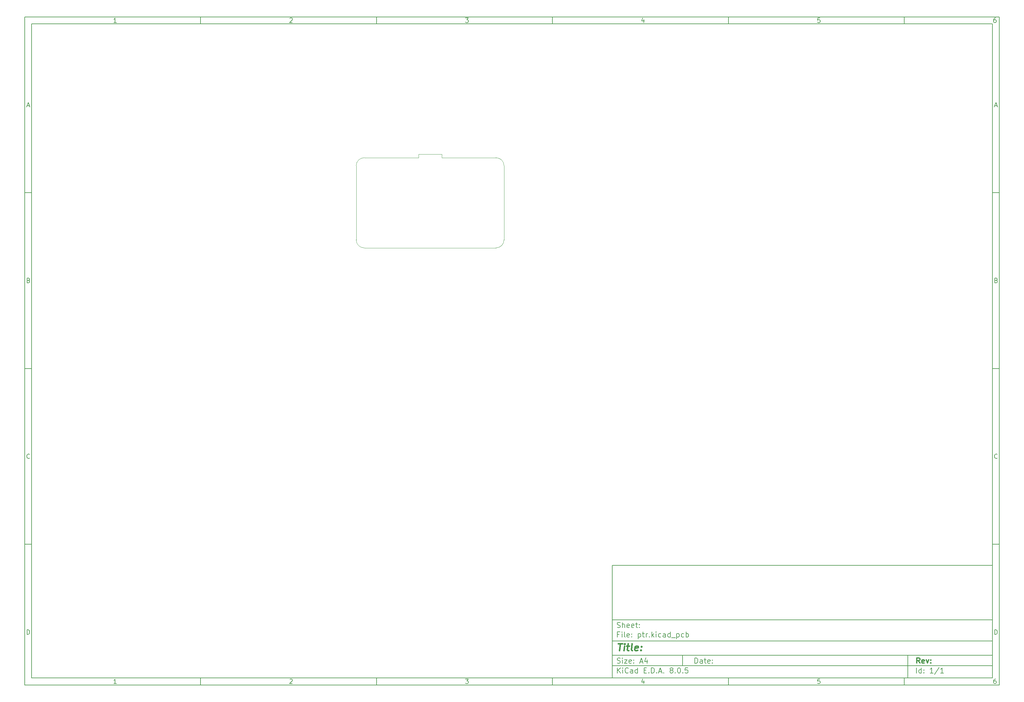
<source format=gbr>
%TF.GenerationSoftware,KiCad,Pcbnew,8.0.5*%
%TF.CreationDate,2024-11-03T20:33:15+08:00*%
%TF.ProjectId,ptr,7074722e-6b69-4636-9164-5f7063625858,rev?*%
%TF.SameCoordinates,Original*%
%TF.FileFunction,Profile,NP*%
%FSLAX46Y46*%
G04 Gerber Fmt 4.6, Leading zero omitted, Abs format (unit mm)*
G04 Created by KiCad (PCBNEW 8.0.5) date 2024-11-03 20:33:15*
%MOMM*%
%LPD*%
G01*
G04 APERTURE LIST*
%ADD10C,0.100000*%
%ADD11C,0.150000*%
%ADD12C,0.300000*%
%ADD13C,0.400000*%
%TA.AperFunction,Profile*%
%ADD14C,0.050000*%
%TD*%
G04 APERTURE END LIST*
D10*
D11*
X177002200Y-166007200D02*
X285002200Y-166007200D01*
X285002200Y-198007200D01*
X177002200Y-198007200D01*
X177002200Y-166007200D01*
D10*
D11*
X10000000Y-10000000D02*
X287002200Y-10000000D01*
X287002200Y-200007200D01*
X10000000Y-200007200D01*
X10000000Y-10000000D01*
D10*
D11*
X12000000Y-12000000D02*
X285002200Y-12000000D01*
X285002200Y-198007200D01*
X12000000Y-198007200D01*
X12000000Y-12000000D01*
D10*
D11*
X60000000Y-12000000D02*
X60000000Y-10000000D01*
D10*
D11*
X110000000Y-12000000D02*
X110000000Y-10000000D01*
D10*
D11*
X160000000Y-12000000D02*
X160000000Y-10000000D01*
D10*
D11*
X210000000Y-12000000D02*
X210000000Y-10000000D01*
D10*
D11*
X260000000Y-12000000D02*
X260000000Y-10000000D01*
D10*
D11*
X36089160Y-11593604D02*
X35346303Y-11593604D01*
X35717731Y-11593604D02*
X35717731Y-10293604D01*
X35717731Y-10293604D02*
X35593922Y-10479319D01*
X35593922Y-10479319D02*
X35470112Y-10603128D01*
X35470112Y-10603128D02*
X35346303Y-10665033D01*
D10*
D11*
X85346303Y-10417414D02*
X85408207Y-10355509D01*
X85408207Y-10355509D02*
X85532017Y-10293604D01*
X85532017Y-10293604D02*
X85841541Y-10293604D01*
X85841541Y-10293604D02*
X85965350Y-10355509D01*
X85965350Y-10355509D02*
X86027255Y-10417414D01*
X86027255Y-10417414D02*
X86089160Y-10541223D01*
X86089160Y-10541223D02*
X86089160Y-10665033D01*
X86089160Y-10665033D02*
X86027255Y-10850747D01*
X86027255Y-10850747D02*
X85284398Y-11593604D01*
X85284398Y-11593604D02*
X86089160Y-11593604D01*
D10*
D11*
X135284398Y-10293604D02*
X136089160Y-10293604D01*
X136089160Y-10293604D02*
X135655826Y-10788842D01*
X135655826Y-10788842D02*
X135841541Y-10788842D01*
X135841541Y-10788842D02*
X135965350Y-10850747D01*
X135965350Y-10850747D02*
X136027255Y-10912652D01*
X136027255Y-10912652D02*
X136089160Y-11036461D01*
X136089160Y-11036461D02*
X136089160Y-11345985D01*
X136089160Y-11345985D02*
X136027255Y-11469795D01*
X136027255Y-11469795D02*
X135965350Y-11531700D01*
X135965350Y-11531700D02*
X135841541Y-11593604D01*
X135841541Y-11593604D02*
X135470112Y-11593604D01*
X135470112Y-11593604D02*
X135346303Y-11531700D01*
X135346303Y-11531700D02*
X135284398Y-11469795D01*
D10*
D11*
X185965350Y-10726938D02*
X185965350Y-11593604D01*
X185655826Y-10231700D02*
X185346303Y-11160271D01*
X185346303Y-11160271D02*
X186151064Y-11160271D01*
D10*
D11*
X236027255Y-10293604D02*
X235408207Y-10293604D01*
X235408207Y-10293604D02*
X235346303Y-10912652D01*
X235346303Y-10912652D02*
X235408207Y-10850747D01*
X235408207Y-10850747D02*
X235532017Y-10788842D01*
X235532017Y-10788842D02*
X235841541Y-10788842D01*
X235841541Y-10788842D02*
X235965350Y-10850747D01*
X235965350Y-10850747D02*
X236027255Y-10912652D01*
X236027255Y-10912652D02*
X236089160Y-11036461D01*
X236089160Y-11036461D02*
X236089160Y-11345985D01*
X236089160Y-11345985D02*
X236027255Y-11469795D01*
X236027255Y-11469795D02*
X235965350Y-11531700D01*
X235965350Y-11531700D02*
X235841541Y-11593604D01*
X235841541Y-11593604D02*
X235532017Y-11593604D01*
X235532017Y-11593604D02*
X235408207Y-11531700D01*
X235408207Y-11531700D02*
X235346303Y-11469795D01*
D10*
D11*
X285965350Y-10293604D02*
X285717731Y-10293604D01*
X285717731Y-10293604D02*
X285593922Y-10355509D01*
X285593922Y-10355509D02*
X285532017Y-10417414D01*
X285532017Y-10417414D02*
X285408207Y-10603128D01*
X285408207Y-10603128D02*
X285346303Y-10850747D01*
X285346303Y-10850747D02*
X285346303Y-11345985D01*
X285346303Y-11345985D02*
X285408207Y-11469795D01*
X285408207Y-11469795D02*
X285470112Y-11531700D01*
X285470112Y-11531700D02*
X285593922Y-11593604D01*
X285593922Y-11593604D02*
X285841541Y-11593604D01*
X285841541Y-11593604D02*
X285965350Y-11531700D01*
X285965350Y-11531700D02*
X286027255Y-11469795D01*
X286027255Y-11469795D02*
X286089160Y-11345985D01*
X286089160Y-11345985D02*
X286089160Y-11036461D01*
X286089160Y-11036461D02*
X286027255Y-10912652D01*
X286027255Y-10912652D02*
X285965350Y-10850747D01*
X285965350Y-10850747D02*
X285841541Y-10788842D01*
X285841541Y-10788842D02*
X285593922Y-10788842D01*
X285593922Y-10788842D02*
X285470112Y-10850747D01*
X285470112Y-10850747D02*
X285408207Y-10912652D01*
X285408207Y-10912652D02*
X285346303Y-11036461D01*
D10*
D11*
X60000000Y-198007200D02*
X60000000Y-200007200D01*
D10*
D11*
X110000000Y-198007200D02*
X110000000Y-200007200D01*
D10*
D11*
X160000000Y-198007200D02*
X160000000Y-200007200D01*
D10*
D11*
X210000000Y-198007200D02*
X210000000Y-200007200D01*
D10*
D11*
X260000000Y-198007200D02*
X260000000Y-200007200D01*
D10*
D11*
X36089160Y-199600804D02*
X35346303Y-199600804D01*
X35717731Y-199600804D02*
X35717731Y-198300804D01*
X35717731Y-198300804D02*
X35593922Y-198486519D01*
X35593922Y-198486519D02*
X35470112Y-198610328D01*
X35470112Y-198610328D02*
X35346303Y-198672233D01*
D10*
D11*
X85346303Y-198424614D02*
X85408207Y-198362709D01*
X85408207Y-198362709D02*
X85532017Y-198300804D01*
X85532017Y-198300804D02*
X85841541Y-198300804D01*
X85841541Y-198300804D02*
X85965350Y-198362709D01*
X85965350Y-198362709D02*
X86027255Y-198424614D01*
X86027255Y-198424614D02*
X86089160Y-198548423D01*
X86089160Y-198548423D02*
X86089160Y-198672233D01*
X86089160Y-198672233D02*
X86027255Y-198857947D01*
X86027255Y-198857947D02*
X85284398Y-199600804D01*
X85284398Y-199600804D02*
X86089160Y-199600804D01*
D10*
D11*
X135284398Y-198300804D02*
X136089160Y-198300804D01*
X136089160Y-198300804D02*
X135655826Y-198796042D01*
X135655826Y-198796042D02*
X135841541Y-198796042D01*
X135841541Y-198796042D02*
X135965350Y-198857947D01*
X135965350Y-198857947D02*
X136027255Y-198919852D01*
X136027255Y-198919852D02*
X136089160Y-199043661D01*
X136089160Y-199043661D02*
X136089160Y-199353185D01*
X136089160Y-199353185D02*
X136027255Y-199476995D01*
X136027255Y-199476995D02*
X135965350Y-199538900D01*
X135965350Y-199538900D02*
X135841541Y-199600804D01*
X135841541Y-199600804D02*
X135470112Y-199600804D01*
X135470112Y-199600804D02*
X135346303Y-199538900D01*
X135346303Y-199538900D02*
X135284398Y-199476995D01*
D10*
D11*
X185965350Y-198734138D02*
X185965350Y-199600804D01*
X185655826Y-198238900D02*
X185346303Y-199167471D01*
X185346303Y-199167471D02*
X186151064Y-199167471D01*
D10*
D11*
X236027255Y-198300804D02*
X235408207Y-198300804D01*
X235408207Y-198300804D02*
X235346303Y-198919852D01*
X235346303Y-198919852D02*
X235408207Y-198857947D01*
X235408207Y-198857947D02*
X235532017Y-198796042D01*
X235532017Y-198796042D02*
X235841541Y-198796042D01*
X235841541Y-198796042D02*
X235965350Y-198857947D01*
X235965350Y-198857947D02*
X236027255Y-198919852D01*
X236027255Y-198919852D02*
X236089160Y-199043661D01*
X236089160Y-199043661D02*
X236089160Y-199353185D01*
X236089160Y-199353185D02*
X236027255Y-199476995D01*
X236027255Y-199476995D02*
X235965350Y-199538900D01*
X235965350Y-199538900D02*
X235841541Y-199600804D01*
X235841541Y-199600804D02*
X235532017Y-199600804D01*
X235532017Y-199600804D02*
X235408207Y-199538900D01*
X235408207Y-199538900D02*
X235346303Y-199476995D01*
D10*
D11*
X285965350Y-198300804D02*
X285717731Y-198300804D01*
X285717731Y-198300804D02*
X285593922Y-198362709D01*
X285593922Y-198362709D02*
X285532017Y-198424614D01*
X285532017Y-198424614D02*
X285408207Y-198610328D01*
X285408207Y-198610328D02*
X285346303Y-198857947D01*
X285346303Y-198857947D02*
X285346303Y-199353185D01*
X285346303Y-199353185D02*
X285408207Y-199476995D01*
X285408207Y-199476995D02*
X285470112Y-199538900D01*
X285470112Y-199538900D02*
X285593922Y-199600804D01*
X285593922Y-199600804D02*
X285841541Y-199600804D01*
X285841541Y-199600804D02*
X285965350Y-199538900D01*
X285965350Y-199538900D02*
X286027255Y-199476995D01*
X286027255Y-199476995D02*
X286089160Y-199353185D01*
X286089160Y-199353185D02*
X286089160Y-199043661D01*
X286089160Y-199043661D02*
X286027255Y-198919852D01*
X286027255Y-198919852D02*
X285965350Y-198857947D01*
X285965350Y-198857947D02*
X285841541Y-198796042D01*
X285841541Y-198796042D02*
X285593922Y-198796042D01*
X285593922Y-198796042D02*
X285470112Y-198857947D01*
X285470112Y-198857947D02*
X285408207Y-198919852D01*
X285408207Y-198919852D02*
X285346303Y-199043661D01*
D10*
D11*
X10000000Y-60000000D02*
X12000000Y-60000000D01*
D10*
D11*
X10000000Y-110000000D02*
X12000000Y-110000000D01*
D10*
D11*
X10000000Y-160000000D02*
X12000000Y-160000000D01*
D10*
D11*
X10690476Y-35222176D02*
X11309523Y-35222176D01*
X10566666Y-35593604D02*
X10999999Y-34293604D01*
X10999999Y-34293604D02*
X11433333Y-35593604D01*
D10*
D11*
X11092857Y-84912652D02*
X11278571Y-84974557D01*
X11278571Y-84974557D02*
X11340476Y-85036461D01*
X11340476Y-85036461D02*
X11402380Y-85160271D01*
X11402380Y-85160271D02*
X11402380Y-85345985D01*
X11402380Y-85345985D02*
X11340476Y-85469795D01*
X11340476Y-85469795D02*
X11278571Y-85531700D01*
X11278571Y-85531700D02*
X11154761Y-85593604D01*
X11154761Y-85593604D02*
X10659523Y-85593604D01*
X10659523Y-85593604D02*
X10659523Y-84293604D01*
X10659523Y-84293604D02*
X11092857Y-84293604D01*
X11092857Y-84293604D02*
X11216666Y-84355509D01*
X11216666Y-84355509D02*
X11278571Y-84417414D01*
X11278571Y-84417414D02*
X11340476Y-84541223D01*
X11340476Y-84541223D02*
X11340476Y-84665033D01*
X11340476Y-84665033D02*
X11278571Y-84788842D01*
X11278571Y-84788842D02*
X11216666Y-84850747D01*
X11216666Y-84850747D02*
X11092857Y-84912652D01*
X11092857Y-84912652D02*
X10659523Y-84912652D01*
D10*
D11*
X11402380Y-135469795D02*
X11340476Y-135531700D01*
X11340476Y-135531700D02*
X11154761Y-135593604D01*
X11154761Y-135593604D02*
X11030952Y-135593604D01*
X11030952Y-135593604D02*
X10845238Y-135531700D01*
X10845238Y-135531700D02*
X10721428Y-135407890D01*
X10721428Y-135407890D02*
X10659523Y-135284080D01*
X10659523Y-135284080D02*
X10597619Y-135036461D01*
X10597619Y-135036461D02*
X10597619Y-134850747D01*
X10597619Y-134850747D02*
X10659523Y-134603128D01*
X10659523Y-134603128D02*
X10721428Y-134479319D01*
X10721428Y-134479319D02*
X10845238Y-134355509D01*
X10845238Y-134355509D02*
X11030952Y-134293604D01*
X11030952Y-134293604D02*
X11154761Y-134293604D01*
X11154761Y-134293604D02*
X11340476Y-134355509D01*
X11340476Y-134355509D02*
X11402380Y-134417414D01*
D10*
D11*
X10659523Y-185593604D02*
X10659523Y-184293604D01*
X10659523Y-184293604D02*
X10969047Y-184293604D01*
X10969047Y-184293604D02*
X11154761Y-184355509D01*
X11154761Y-184355509D02*
X11278571Y-184479319D01*
X11278571Y-184479319D02*
X11340476Y-184603128D01*
X11340476Y-184603128D02*
X11402380Y-184850747D01*
X11402380Y-184850747D02*
X11402380Y-185036461D01*
X11402380Y-185036461D02*
X11340476Y-185284080D01*
X11340476Y-185284080D02*
X11278571Y-185407890D01*
X11278571Y-185407890D02*
X11154761Y-185531700D01*
X11154761Y-185531700D02*
X10969047Y-185593604D01*
X10969047Y-185593604D02*
X10659523Y-185593604D01*
D10*
D11*
X287002200Y-60000000D02*
X285002200Y-60000000D01*
D10*
D11*
X287002200Y-110000000D02*
X285002200Y-110000000D01*
D10*
D11*
X287002200Y-160000000D02*
X285002200Y-160000000D01*
D10*
D11*
X285692676Y-35222176D02*
X286311723Y-35222176D01*
X285568866Y-35593604D02*
X286002199Y-34293604D01*
X286002199Y-34293604D02*
X286435533Y-35593604D01*
D10*
D11*
X286095057Y-84912652D02*
X286280771Y-84974557D01*
X286280771Y-84974557D02*
X286342676Y-85036461D01*
X286342676Y-85036461D02*
X286404580Y-85160271D01*
X286404580Y-85160271D02*
X286404580Y-85345985D01*
X286404580Y-85345985D02*
X286342676Y-85469795D01*
X286342676Y-85469795D02*
X286280771Y-85531700D01*
X286280771Y-85531700D02*
X286156961Y-85593604D01*
X286156961Y-85593604D02*
X285661723Y-85593604D01*
X285661723Y-85593604D02*
X285661723Y-84293604D01*
X285661723Y-84293604D02*
X286095057Y-84293604D01*
X286095057Y-84293604D02*
X286218866Y-84355509D01*
X286218866Y-84355509D02*
X286280771Y-84417414D01*
X286280771Y-84417414D02*
X286342676Y-84541223D01*
X286342676Y-84541223D02*
X286342676Y-84665033D01*
X286342676Y-84665033D02*
X286280771Y-84788842D01*
X286280771Y-84788842D02*
X286218866Y-84850747D01*
X286218866Y-84850747D02*
X286095057Y-84912652D01*
X286095057Y-84912652D02*
X285661723Y-84912652D01*
D10*
D11*
X286404580Y-135469795D02*
X286342676Y-135531700D01*
X286342676Y-135531700D02*
X286156961Y-135593604D01*
X286156961Y-135593604D02*
X286033152Y-135593604D01*
X286033152Y-135593604D02*
X285847438Y-135531700D01*
X285847438Y-135531700D02*
X285723628Y-135407890D01*
X285723628Y-135407890D02*
X285661723Y-135284080D01*
X285661723Y-135284080D02*
X285599819Y-135036461D01*
X285599819Y-135036461D02*
X285599819Y-134850747D01*
X285599819Y-134850747D02*
X285661723Y-134603128D01*
X285661723Y-134603128D02*
X285723628Y-134479319D01*
X285723628Y-134479319D02*
X285847438Y-134355509D01*
X285847438Y-134355509D02*
X286033152Y-134293604D01*
X286033152Y-134293604D02*
X286156961Y-134293604D01*
X286156961Y-134293604D02*
X286342676Y-134355509D01*
X286342676Y-134355509D02*
X286404580Y-134417414D01*
D10*
D11*
X285661723Y-185593604D02*
X285661723Y-184293604D01*
X285661723Y-184293604D02*
X285971247Y-184293604D01*
X285971247Y-184293604D02*
X286156961Y-184355509D01*
X286156961Y-184355509D02*
X286280771Y-184479319D01*
X286280771Y-184479319D02*
X286342676Y-184603128D01*
X286342676Y-184603128D02*
X286404580Y-184850747D01*
X286404580Y-184850747D02*
X286404580Y-185036461D01*
X286404580Y-185036461D02*
X286342676Y-185284080D01*
X286342676Y-185284080D02*
X286280771Y-185407890D01*
X286280771Y-185407890D02*
X286156961Y-185531700D01*
X286156961Y-185531700D02*
X285971247Y-185593604D01*
X285971247Y-185593604D02*
X285661723Y-185593604D01*
D10*
D11*
X200458026Y-193793328D02*
X200458026Y-192293328D01*
X200458026Y-192293328D02*
X200815169Y-192293328D01*
X200815169Y-192293328D02*
X201029455Y-192364757D01*
X201029455Y-192364757D02*
X201172312Y-192507614D01*
X201172312Y-192507614D02*
X201243741Y-192650471D01*
X201243741Y-192650471D02*
X201315169Y-192936185D01*
X201315169Y-192936185D02*
X201315169Y-193150471D01*
X201315169Y-193150471D02*
X201243741Y-193436185D01*
X201243741Y-193436185D02*
X201172312Y-193579042D01*
X201172312Y-193579042D02*
X201029455Y-193721900D01*
X201029455Y-193721900D02*
X200815169Y-193793328D01*
X200815169Y-193793328D02*
X200458026Y-193793328D01*
X202600884Y-193793328D02*
X202600884Y-193007614D01*
X202600884Y-193007614D02*
X202529455Y-192864757D01*
X202529455Y-192864757D02*
X202386598Y-192793328D01*
X202386598Y-192793328D02*
X202100884Y-192793328D01*
X202100884Y-192793328D02*
X201958026Y-192864757D01*
X202600884Y-193721900D02*
X202458026Y-193793328D01*
X202458026Y-193793328D02*
X202100884Y-193793328D01*
X202100884Y-193793328D02*
X201958026Y-193721900D01*
X201958026Y-193721900D02*
X201886598Y-193579042D01*
X201886598Y-193579042D02*
X201886598Y-193436185D01*
X201886598Y-193436185D02*
X201958026Y-193293328D01*
X201958026Y-193293328D02*
X202100884Y-193221900D01*
X202100884Y-193221900D02*
X202458026Y-193221900D01*
X202458026Y-193221900D02*
X202600884Y-193150471D01*
X203100884Y-192793328D02*
X203672312Y-192793328D01*
X203315169Y-192293328D02*
X203315169Y-193579042D01*
X203315169Y-193579042D02*
X203386598Y-193721900D01*
X203386598Y-193721900D02*
X203529455Y-193793328D01*
X203529455Y-193793328D02*
X203672312Y-193793328D01*
X204743741Y-193721900D02*
X204600884Y-193793328D01*
X204600884Y-193793328D02*
X204315170Y-193793328D01*
X204315170Y-193793328D02*
X204172312Y-193721900D01*
X204172312Y-193721900D02*
X204100884Y-193579042D01*
X204100884Y-193579042D02*
X204100884Y-193007614D01*
X204100884Y-193007614D02*
X204172312Y-192864757D01*
X204172312Y-192864757D02*
X204315170Y-192793328D01*
X204315170Y-192793328D02*
X204600884Y-192793328D01*
X204600884Y-192793328D02*
X204743741Y-192864757D01*
X204743741Y-192864757D02*
X204815170Y-193007614D01*
X204815170Y-193007614D02*
X204815170Y-193150471D01*
X204815170Y-193150471D02*
X204100884Y-193293328D01*
X205458026Y-193650471D02*
X205529455Y-193721900D01*
X205529455Y-193721900D02*
X205458026Y-193793328D01*
X205458026Y-193793328D02*
X205386598Y-193721900D01*
X205386598Y-193721900D02*
X205458026Y-193650471D01*
X205458026Y-193650471D02*
X205458026Y-193793328D01*
X205458026Y-192864757D02*
X205529455Y-192936185D01*
X205529455Y-192936185D02*
X205458026Y-193007614D01*
X205458026Y-193007614D02*
X205386598Y-192936185D01*
X205386598Y-192936185D02*
X205458026Y-192864757D01*
X205458026Y-192864757D02*
X205458026Y-193007614D01*
D10*
D11*
X177002200Y-194507200D02*
X285002200Y-194507200D01*
D10*
D11*
X178458026Y-196593328D02*
X178458026Y-195093328D01*
X179315169Y-196593328D02*
X178672312Y-195736185D01*
X179315169Y-195093328D02*
X178458026Y-195950471D01*
X179958026Y-196593328D02*
X179958026Y-195593328D01*
X179958026Y-195093328D02*
X179886598Y-195164757D01*
X179886598Y-195164757D02*
X179958026Y-195236185D01*
X179958026Y-195236185D02*
X180029455Y-195164757D01*
X180029455Y-195164757D02*
X179958026Y-195093328D01*
X179958026Y-195093328D02*
X179958026Y-195236185D01*
X181529455Y-196450471D02*
X181458027Y-196521900D01*
X181458027Y-196521900D02*
X181243741Y-196593328D01*
X181243741Y-196593328D02*
X181100884Y-196593328D01*
X181100884Y-196593328D02*
X180886598Y-196521900D01*
X180886598Y-196521900D02*
X180743741Y-196379042D01*
X180743741Y-196379042D02*
X180672312Y-196236185D01*
X180672312Y-196236185D02*
X180600884Y-195950471D01*
X180600884Y-195950471D02*
X180600884Y-195736185D01*
X180600884Y-195736185D02*
X180672312Y-195450471D01*
X180672312Y-195450471D02*
X180743741Y-195307614D01*
X180743741Y-195307614D02*
X180886598Y-195164757D01*
X180886598Y-195164757D02*
X181100884Y-195093328D01*
X181100884Y-195093328D02*
X181243741Y-195093328D01*
X181243741Y-195093328D02*
X181458027Y-195164757D01*
X181458027Y-195164757D02*
X181529455Y-195236185D01*
X182815170Y-196593328D02*
X182815170Y-195807614D01*
X182815170Y-195807614D02*
X182743741Y-195664757D01*
X182743741Y-195664757D02*
X182600884Y-195593328D01*
X182600884Y-195593328D02*
X182315170Y-195593328D01*
X182315170Y-195593328D02*
X182172312Y-195664757D01*
X182815170Y-196521900D02*
X182672312Y-196593328D01*
X182672312Y-196593328D02*
X182315170Y-196593328D01*
X182315170Y-196593328D02*
X182172312Y-196521900D01*
X182172312Y-196521900D02*
X182100884Y-196379042D01*
X182100884Y-196379042D02*
X182100884Y-196236185D01*
X182100884Y-196236185D02*
X182172312Y-196093328D01*
X182172312Y-196093328D02*
X182315170Y-196021900D01*
X182315170Y-196021900D02*
X182672312Y-196021900D01*
X182672312Y-196021900D02*
X182815170Y-195950471D01*
X184172313Y-196593328D02*
X184172313Y-195093328D01*
X184172313Y-196521900D02*
X184029455Y-196593328D01*
X184029455Y-196593328D02*
X183743741Y-196593328D01*
X183743741Y-196593328D02*
X183600884Y-196521900D01*
X183600884Y-196521900D02*
X183529455Y-196450471D01*
X183529455Y-196450471D02*
X183458027Y-196307614D01*
X183458027Y-196307614D02*
X183458027Y-195879042D01*
X183458027Y-195879042D02*
X183529455Y-195736185D01*
X183529455Y-195736185D02*
X183600884Y-195664757D01*
X183600884Y-195664757D02*
X183743741Y-195593328D01*
X183743741Y-195593328D02*
X184029455Y-195593328D01*
X184029455Y-195593328D02*
X184172313Y-195664757D01*
X186029455Y-195807614D02*
X186529455Y-195807614D01*
X186743741Y-196593328D02*
X186029455Y-196593328D01*
X186029455Y-196593328D02*
X186029455Y-195093328D01*
X186029455Y-195093328D02*
X186743741Y-195093328D01*
X187386598Y-196450471D02*
X187458027Y-196521900D01*
X187458027Y-196521900D02*
X187386598Y-196593328D01*
X187386598Y-196593328D02*
X187315170Y-196521900D01*
X187315170Y-196521900D02*
X187386598Y-196450471D01*
X187386598Y-196450471D02*
X187386598Y-196593328D01*
X188100884Y-196593328D02*
X188100884Y-195093328D01*
X188100884Y-195093328D02*
X188458027Y-195093328D01*
X188458027Y-195093328D02*
X188672313Y-195164757D01*
X188672313Y-195164757D02*
X188815170Y-195307614D01*
X188815170Y-195307614D02*
X188886599Y-195450471D01*
X188886599Y-195450471D02*
X188958027Y-195736185D01*
X188958027Y-195736185D02*
X188958027Y-195950471D01*
X188958027Y-195950471D02*
X188886599Y-196236185D01*
X188886599Y-196236185D02*
X188815170Y-196379042D01*
X188815170Y-196379042D02*
X188672313Y-196521900D01*
X188672313Y-196521900D02*
X188458027Y-196593328D01*
X188458027Y-196593328D02*
X188100884Y-196593328D01*
X189600884Y-196450471D02*
X189672313Y-196521900D01*
X189672313Y-196521900D02*
X189600884Y-196593328D01*
X189600884Y-196593328D02*
X189529456Y-196521900D01*
X189529456Y-196521900D02*
X189600884Y-196450471D01*
X189600884Y-196450471D02*
X189600884Y-196593328D01*
X190243742Y-196164757D02*
X190958028Y-196164757D01*
X190100885Y-196593328D02*
X190600885Y-195093328D01*
X190600885Y-195093328D02*
X191100885Y-196593328D01*
X191600884Y-196450471D02*
X191672313Y-196521900D01*
X191672313Y-196521900D02*
X191600884Y-196593328D01*
X191600884Y-196593328D02*
X191529456Y-196521900D01*
X191529456Y-196521900D02*
X191600884Y-196450471D01*
X191600884Y-196450471D02*
X191600884Y-196593328D01*
X193672313Y-195736185D02*
X193529456Y-195664757D01*
X193529456Y-195664757D02*
X193458027Y-195593328D01*
X193458027Y-195593328D02*
X193386599Y-195450471D01*
X193386599Y-195450471D02*
X193386599Y-195379042D01*
X193386599Y-195379042D02*
X193458027Y-195236185D01*
X193458027Y-195236185D02*
X193529456Y-195164757D01*
X193529456Y-195164757D02*
X193672313Y-195093328D01*
X193672313Y-195093328D02*
X193958027Y-195093328D01*
X193958027Y-195093328D02*
X194100885Y-195164757D01*
X194100885Y-195164757D02*
X194172313Y-195236185D01*
X194172313Y-195236185D02*
X194243742Y-195379042D01*
X194243742Y-195379042D02*
X194243742Y-195450471D01*
X194243742Y-195450471D02*
X194172313Y-195593328D01*
X194172313Y-195593328D02*
X194100885Y-195664757D01*
X194100885Y-195664757D02*
X193958027Y-195736185D01*
X193958027Y-195736185D02*
X193672313Y-195736185D01*
X193672313Y-195736185D02*
X193529456Y-195807614D01*
X193529456Y-195807614D02*
X193458027Y-195879042D01*
X193458027Y-195879042D02*
X193386599Y-196021900D01*
X193386599Y-196021900D02*
X193386599Y-196307614D01*
X193386599Y-196307614D02*
X193458027Y-196450471D01*
X193458027Y-196450471D02*
X193529456Y-196521900D01*
X193529456Y-196521900D02*
X193672313Y-196593328D01*
X193672313Y-196593328D02*
X193958027Y-196593328D01*
X193958027Y-196593328D02*
X194100885Y-196521900D01*
X194100885Y-196521900D02*
X194172313Y-196450471D01*
X194172313Y-196450471D02*
X194243742Y-196307614D01*
X194243742Y-196307614D02*
X194243742Y-196021900D01*
X194243742Y-196021900D02*
X194172313Y-195879042D01*
X194172313Y-195879042D02*
X194100885Y-195807614D01*
X194100885Y-195807614D02*
X193958027Y-195736185D01*
X194886598Y-196450471D02*
X194958027Y-196521900D01*
X194958027Y-196521900D02*
X194886598Y-196593328D01*
X194886598Y-196593328D02*
X194815170Y-196521900D01*
X194815170Y-196521900D02*
X194886598Y-196450471D01*
X194886598Y-196450471D02*
X194886598Y-196593328D01*
X195886599Y-195093328D02*
X196029456Y-195093328D01*
X196029456Y-195093328D02*
X196172313Y-195164757D01*
X196172313Y-195164757D02*
X196243742Y-195236185D01*
X196243742Y-195236185D02*
X196315170Y-195379042D01*
X196315170Y-195379042D02*
X196386599Y-195664757D01*
X196386599Y-195664757D02*
X196386599Y-196021900D01*
X196386599Y-196021900D02*
X196315170Y-196307614D01*
X196315170Y-196307614D02*
X196243742Y-196450471D01*
X196243742Y-196450471D02*
X196172313Y-196521900D01*
X196172313Y-196521900D02*
X196029456Y-196593328D01*
X196029456Y-196593328D02*
X195886599Y-196593328D01*
X195886599Y-196593328D02*
X195743742Y-196521900D01*
X195743742Y-196521900D02*
X195672313Y-196450471D01*
X195672313Y-196450471D02*
X195600884Y-196307614D01*
X195600884Y-196307614D02*
X195529456Y-196021900D01*
X195529456Y-196021900D02*
X195529456Y-195664757D01*
X195529456Y-195664757D02*
X195600884Y-195379042D01*
X195600884Y-195379042D02*
X195672313Y-195236185D01*
X195672313Y-195236185D02*
X195743742Y-195164757D01*
X195743742Y-195164757D02*
X195886599Y-195093328D01*
X197029455Y-196450471D02*
X197100884Y-196521900D01*
X197100884Y-196521900D02*
X197029455Y-196593328D01*
X197029455Y-196593328D02*
X196958027Y-196521900D01*
X196958027Y-196521900D02*
X197029455Y-196450471D01*
X197029455Y-196450471D02*
X197029455Y-196593328D01*
X198458027Y-195093328D02*
X197743741Y-195093328D01*
X197743741Y-195093328D02*
X197672313Y-195807614D01*
X197672313Y-195807614D02*
X197743741Y-195736185D01*
X197743741Y-195736185D02*
X197886599Y-195664757D01*
X197886599Y-195664757D02*
X198243741Y-195664757D01*
X198243741Y-195664757D02*
X198386599Y-195736185D01*
X198386599Y-195736185D02*
X198458027Y-195807614D01*
X198458027Y-195807614D02*
X198529456Y-195950471D01*
X198529456Y-195950471D02*
X198529456Y-196307614D01*
X198529456Y-196307614D02*
X198458027Y-196450471D01*
X198458027Y-196450471D02*
X198386599Y-196521900D01*
X198386599Y-196521900D02*
X198243741Y-196593328D01*
X198243741Y-196593328D02*
X197886599Y-196593328D01*
X197886599Y-196593328D02*
X197743741Y-196521900D01*
X197743741Y-196521900D02*
X197672313Y-196450471D01*
D10*
D11*
X177002200Y-191507200D02*
X285002200Y-191507200D01*
D10*
D12*
X264413853Y-193785528D02*
X263913853Y-193071242D01*
X263556710Y-193785528D02*
X263556710Y-192285528D01*
X263556710Y-192285528D02*
X264128139Y-192285528D01*
X264128139Y-192285528D02*
X264270996Y-192356957D01*
X264270996Y-192356957D02*
X264342425Y-192428385D01*
X264342425Y-192428385D02*
X264413853Y-192571242D01*
X264413853Y-192571242D02*
X264413853Y-192785528D01*
X264413853Y-192785528D02*
X264342425Y-192928385D01*
X264342425Y-192928385D02*
X264270996Y-192999814D01*
X264270996Y-192999814D02*
X264128139Y-193071242D01*
X264128139Y-193071242D02*
X263556710Y-193071242D01*
X265628139Y-193714100D02*
X265485282Y-193785528D01*
X265485282Y-193785528D02*
X265199568Y-193785528D01*
X265199568Y-193785528D02*
X265056710Y-193714100D01*
X265056710Y-193714100D02*
X264985282Y-193571242D01*
X264985282Y-193571242D02*
X264985282Y-192999814D01*
X264985282Y-192999814D02*
X265056710Y-192856957D01*
X265056710Y-192856957D02*
X265199568Y-192785528D01*
X265199568Y-192785528D02*
X265485282Y-192785528D01*
X265485282Y-192785528D02*
X265628139Y-192856957D01*
X265628139Y-192856957D02*
X265699568Y-192999814D01*
X265699568Y-192999814D02*
X265699568Y-193142671D01*
X265699568Y-193142671D02*
X264985282Y-193285528D01*
X266199567Y-192785528D02*
X266556710Y-193785528D01*
X266556710Y-193785528D02*
X266913853Y-192785528D01*
X267485281Y-193642671D02*
X267556710Y-193714100D01*
X267556710Y-193714100D02*
X267485281Y-193785528D01*
X267485281Y-193785528D02*
X267413853Y-193714100D01*
X267413853Y-193714100D02*
X267485281Y-193642671D01*
X267485281Y-193642671D02*
X267485281Y-193785528D01*
X267485281Y-192856957D02*
X267556710Y-192928385D01*
X267556710Y-192928385D02*
X267485281Y-192999814D01*
X267485281Y-192999814D02*
X267413853Y-192928385D01*
X267413853Y-192928385D02*
X267485281Y-192856957D01*
X267485281Y-192856957D02*
X267485281Y-192999814D01*
D10*
D11*
X178386598Y-193721900D02*
X178600884Y-193793328D01*
X178600884Y-193793328D02*
X178958026Y-193793328D01*
X178958026Y-193793328D02*
X179100884Y-193721900D01*
X179100884Y-193721900D02*
X179172312Y-193650471D01*
X179172312Y-193650471D02*
X179243741Y-193507614D01*
X179243741Y-193507614D02*
X179243741Y-193364757D01*
X179243741Y-193364757D02*
X179172312Y-193221900D01*
X179172312Y-193221900D02*
X179100884Y-193150471D01*
X179100884Y-193150471D02*
X178958026Y-193079042D01*
X178958026Y-193079042D02*
X178672312Y-193007614D01*
X178672312Y-193007614D02*
X178529455Y-192936185D01*
X178529455Y-192936185D02*
X178458026Y-192864757D01*
X178458026Y-192864757D02*
X178386598Y-192721900D01*
X178386598Y-192721900D02*
X178386598Y-192579042D01*
X178386598Y-192579042D02*
X178458026Y-192436185D01*
X178458026Y-192436185D02*
X178529455Y-192364757D01*
X178529455Y-192364757D02*
X178672312Y-192293328D01*
X178672312Y-192293328D02*
X179029455Y-192293328D01*
X179029455Y-192293328D02*
X179243741Y-192364757D01*
X179886597Y-193793328D02*
X179886597Y-192793328D01*
X179886597Y-192293328D02*
X179815169Y-192364757D01*
X179815169Y-192364757D02*
X179886597Y-192436185D01*
X179886597Y-192436185D02*
X179958026Y-192364757D01*
X179958026Y-192364757D02*
X179886597Y-192293328D01*
X179886597Y-192293328D02*
X179886597Y-192436185D01*
X180458026Y-192793328D02*
X181243741Y-192793328D01*
X181243741Y-192793328D02*
X180458026Y-193793328D01*
X180458026Y-193793328D02*
X181243741Y-193793328D01*
X182386598Y-193721900D02*
X182243741Y-193793328D01*
X182243741Y-193793328D02*
X181958027Y-193793328D01*
X181958027Y-193793328D02*
X181815169Y-193721900D01*
X181815169Y-193721900D02*
X181743741Y-193579042D01*
X181743741Y-193579042D02*
X181743741Y-193007614D01*
X181743741Y-193007614D02*
X181815169Y-192864757D01*
X181815169Y-192864757D02*
X181958027Y-192793328D01*
X181958027Y-192793328D02*
X182243741Y-192793328D01*
X182243741Y-192793328D02*
X182386598Y-192864757D01*
X182386598Y-192864757D02*
X182458027Y-193007614D01*
X182458027Y-193007614D02*
X182458027Y-193150471D01*
X182458027Y-193150471D02*
X181743741Y-193293328D01*
X183100883Y-193650471D02*
X183172312Y-193721900D01*
X183172312Y-193721900D02*
X183100883Y-193793328D01*
X183100883Y-193793328D02*
X183029455Y-193721900D01*
X183029455Y-193721900D02*
X183100883Y-193650471D01*
X183100883Y-193650471D02*
X183100883Y-193793328D01*
X183100883Y-192864757D02*
X183172312Y-192936185D01*
X183172312Y-192936185D02*
X183100883Y-193007614D01*
X183100883Y-193007614D02*
X183029455Y-192936185D01*
X183029455Y-192936185D02*
X183100883Y-192864757D01*
X183100883Y-192864757D02*
X183100883Y-193007614D01*
X184886598Y-193364757D02*
X185600884Y-193364757D01*
X184743741Y-193793328D02*
X185243741Y-192293328D01*
X185243741Y-192293328D02*
X185743741Y-193793328D01*
X186886598Y-192793328D02*
X186886598Y-193793328D01*
X186529455Y-192221900D02*
X186172312Y-193293328D01*
X186172312Y-193293328D02*
X187100883Y-193293328D01*
D10*
D11*
X263458026Y-196593328D02*
X263458026Y-195093328D01*
X264815170Y-196593328D02*
X264815170Y-195093328D01*
X264815170Y-196521900D02*
X264672312Y-196593328D01*
X264672312Y-196593328D02*
X264386598Y-196593328D01*
X264386598Y-196593328D02*
X264243741Y-196521900D01*
X264243741Y-196521900D02*
X264172312Y-196450471D01*
X264172312Y-196450471D02*
X264100884Y-196307614D01*
X264100884Y-196307614D02*
X264100884Y-195879042D01*
X264100884Y-195879042D02*
X264172312Y-195736185D01*
X264172312Y-195736185D02*
X264243741Y-195664757D01*
X264243741Y-195664757D02*
X264386598Y-195593328D01*
X264386598Y-195593328D02*
X264672312Y-195593328D01*
X264672312Y-195593328D02*
X264815170Y-195664757D01*
X265529455Y-196450471D02*
X265600884Y-196521900D01*
X265600884Y-196521900D02*
X265529455Y-196593328D01*
X265529455Y-196593328D02*
X265458027Y-196521900D01*
X265458027Y-196521900D02*
X265529455Y-196450471D01*
X265529455Y-196450471D02*
X265529455Y-196593328D01*
X265529455Y-195664757D02*
X265600884Y-195736185D01*
X265600884Y-195736185D02*
X265529455Y-195807614D01*
X265529455Y-195807614D02*
X265458027Y-195736185D01*
X265458027Y-195736185D02*
X265529455Y-195664757D01*
X265529455Y-195664757D02*
X265529455Y-195807614D01*
X268172313Y-196593328D02*
X267315170Y-196593328D01*
X267743741Y-196593328D02*
X267743741Y-195093328D01*
X267743741Y-195093328D02*
X267600884Y-195307614D01*
X267600884Y-195307614D02*
X267458027Y-195450471D01*
X267458027Y-195450471D02*
X267315170Y-195521900D01*
X269886598Y-195021900D02*
X268600884Y-196950471D01*
X271172313Y-196593328D02*
X270315170Y-196593328D01*
X270743741Y-196593328D02*
X270743741Y-195093328D01*
X270743741Y-195093328D02*
X270600884Y-195307614D01*
X270600884Y-195307614D02*
X270458027Y-195450471D01*
X270458027Y-195450471D02*
X270315170Y-195521900D01*
D10*
D11*
X177002200Y-187507200D02*
X285002200Y-187507200D01*
D10*
D13*
X178693928Y-188211638D02*
X179836785Y-188211638D01*
X179015357Y-190211638D02*
X179265357Y-188211638D01*
X180253452Y-190211638D02*
X180420119Y-188878304D01*
X180503452Y-188211638D02*
X180396309Y-188306876D01*
X180396309Y-188306876D02*
X180479643Y-188402114D01*
X180479643Y-188402114D02*
X180586786Y-188306876D01*
X180586786Y-188306876D02*
X180503452Y-188211638D01*
X180503452Y-188211638D02*
X180479643Y-188402114D01*
X181086786Y-188878304D02*
X181848690Y-188878304D01*
X181455833Y-188211638D02*
X181241548Y-189925923D01*
X181241548Y-189925923D02*
X181312976Y-190116400D01*
X181312976Y-190116400D02*
X181491548Y-190211638D01*
X181491548Y-190211638D02*
X181682024Y-190211638D01*
X182634405Y-190211638D02*
X182455833Y-190116400D01*
X182455833Y-190116400D02*
X182384405Y-189925923D01*
X182384405Y-189925923D02*
X182598690Y-188211638D01*
X184170119Y-190116400D02*
X183967738Y-190211638D01*
X183967738Y-190211638D02*
X183586785Y-190211638D01*
X183586785Y-190211638D02*
X183408214Y-190116400D01*
X183408214Y-190116400D02*
X183336785Y-189925923D01*
X183336785Y-189925923D02*
X183432024Y-189164019D01*
X183432024Y-189164019D02*
X183551071Y-188973542D01*
X183551071Y-188973542D02*
X183753452Y-188878304D01*
X183753452Y-188878304D02*
X184134404Y-188878304D01*
X184134404Y-188878304D02*
X184312976Y-188973542D01*
X184312976Y-188973542D02*
X184384404Y-189164019D01*
X184384404Y-189164019D02*
X184360595Y-189354495D01*
X184360595Y-189354495D02*
X183384404Y-189544971D01*
X185134405Y-190021161D02*
X185217738Y-190116400D01*
X185217738Y-190116400D02*
X185110595Y-190211638D01*
X185110595Y-190211638D02*
X185027262Y-190116400D01*
X185027262Y-190116400D02*
X185134405Y-190021161D01*
X185134405Y-190021161D02*
X185110595Y-190211638D01*
X185265357Y-188973542D02*
X185348690Y-189068780D01*
X185348690Y-189068780D02*
X185241548Y-189164019D01*
X185241548Y-189164019D02*
X185158214Y-189068780D01*
X185158214Y-189068780D02*
X185265357Y-188973542D01*
X185265357Y-188973542D02*
X185241548Y-189164019D01*
D10*
D11*
X178958026Y-185607614D02*
X178458026Y-185607614D01*
X178458026Y-186393328D02*
X178458026Y-184893328D01*
X178458026Y-184893328D02*
X179172312Y-184893328D01*
X179743740Y-186393328D02*
X179743740Y-185393328D01*
X179743740Y-184893328D02*
X179672312Y-184964757D01*
X179672312Y-184964757D02*
X179743740Y-185036185D01*
X179743740Y-185036185D02*
X179815169Y-184964757D01*
X179815169Y-184964757D02*
X179743740Y-184893328D01*
X179743740Y-184893328D02*
X179743740Y-185036185D01*
X180672312Y-186393328D02*
X180529455Y-186321900D01*
X180529455Y-186321900D02*
X180458026Y-186179042D01*
X180458026Y-186179042D02*
X180458026Y-184893328D01*
X181815169Y-186321900D02*
X181672312Y-186393328D01*
X181672312Y-186393328D02*
X181386598Y-186393328D01*
X181386598Y-186393328D02*
X181243740Y-186321900D01*
X181243740Y-186321900D02*
X181172312Y-186179042D01*
X181172312Y-186179042D02*
X181172312Y-185607614D01*
X181172312Y-185607614D02*
X181243740Y-185464757D01*
X181243740Y-185464757D02*
X181386598Y-185393328D01*
X181386598Y-185393328D02*
X181672312Y-185393328D01*
X181672312Y-185393328D02*
X181815169Y-185464757D01*
X181815169Y-185464757D02*
X181886598Y-185607614D01*
X181886598Y-185607614D02*
X181886598Y-185750471D01*
X181886598Y-185750471D02*
X181172312Y-185893328D01*
X182529454Y-186250471D02*
X182600883Y-186321900D01*
X182600883Y-186321900D02*
X182529454Y-186393328D01*
X182529454Y-186393328D02*
X182458026Y-186321900D01*
X182458026Y-186321900D02*
X182529454Y-186250471D01*
X182529454Y-186250471D02*
X182529454Y-186393328D01*
X182529454Y-185464757D02*
X182600883Y-185536185D01*
X182600883Y-185536185D02*
X182529454Y-185607614D01*
X182529454Y-185607614D02*
X182458026Y-185536185D01*
X182458026Y-185536185D02*
X182529454Y-185464757D01*
X182529454Y-185464757D02*
X182529454Y-185607614D01*
X184386597Y-185393328D02*
X184386597Y-186893328D01*
X184386597Y-185464757D02*
X184529455Y-185393328D01*
X184529455Y-185393328D02*
X184815169Y-185393328D01*
X184815169Y-185393328D02*
X184958026Y-185464757D01*
X184958026Y-185464757D02*
X185029455Y-185536185D01*
X185029455Y-185536185D02*
X185100883Y-185679042D01*
X185100883Y-185679042D02*
X185100883Y-186107614D01*
X185100883Y-186107614D02*
X185029455Y-186250471D01*
X185029455Y-186250471D02*
X184958026Y-186321900D01*
X184958026Y-186321900D02*
X184815169Y-186393328D01*
X184815169Y-186393328D02*
X184529455Y-186393328D01*
X184529455Y-186393328D02*
X184386597Y-186321900D01*
X185529455Y-185393328D02*
X186100883Y-185393328D01*
X185743740Y-184893328D02*
X185743740Y-186179042D01*
X185743740Y-186179042D02*
X185815169Y-186321900D01*
X185815169Y-186321900D02*
X185958026Y-186393328D01*
X185958026Y-186393328D02*
X186100883Y-186393328D01*
X186600883Y-186393328D02*
X186600883Y-185393328D01*
X186600883Y-185679042D02*
X186672312Y-185536185D01*
X186672312Y-185536185D02*
X186743741Y-185464757D01*
X186743741Y-185464757D02*
X186886598Y-185393328D01*
X186886598Y-185393328D02*
X187029455Y-185393328D01*
X187529454Y-186250471D02*
X187600883Y-186321900D01*
X187600883Y-186321900D02*
X187529454Y-186393328D01*
X187529454Y-186393328D02*
X187458026Y-186321900D01*
X187458026Y-186321900D02*
X187529454Y-186250471D01*
X187529454Y-186250471D02*
X187529454Y-186393328D01*
X188243740Y-186393328D02*
X188243740Y-184893328D01*
X188386598Y-185821900D02*
X188815169Y-186393328D01*
X188815169Y-185393328D02*
X188243740Y-185964757D01*
X189458026Y-186393328D02*
X189458026Y-185393328D01*
X189458026Y-184893328D02*
X189386598Y-184964757D01*
X189386598Y-184964757D02*
X189458026Y-185036185D01*
X189458026Y-185036185D02*
X189529455Y-184964757D01*
X189529455Y-184964757D02*
X189458026Y-184893328D01*
X189458026Y-184893328D02*
X189458026Y-185036185D01*
X190815170Y-186321900D02*
X190672312Y-186393328D01*
X190672312Y-186393328D02*
X190386598Y-186393328D01*
X190386598Y-186393328D02*
X190243741Y-186321900D01*
X190243741Y-186321900D02*
X190172312Y-186250471D01*
X190172312Y-186250471D02*
X190100884Y-186107614D01*
X190100884Y-186107614D02*
X190100884Y-185679042D01*
X190100884Y-185679042D02*
X190172312Y-185536185D01*
X190172312Y-185536185D02*
X190243741Y-185464757D01*
X190243741Y-185464757D02*
X190386598Y-185393328D01*
X190386598Y-185393328D02*
X190672312Y-185393328D01*
X190672312Y-185393328D02*
X190815170Y-185464757D01*
X192100884Y-186393328D02*
X192100884Y-185607614D01*
X192100884Y-185607614D02*
X192029455Y-185464757D01*
X192029455Y-185464757D02*
X191886598Y-185393328D01*
X191886598Y-185393328D02*
X191600884Y-185393328D01*
X191600884Y-185393328D02*
X191458026Y-185464757D01*
X192100884Y-186321900D02*
X191958026Y-186393328D01*
X191958026Y-186393328D02*
X191600884Y-186393328D01*
X191600884Y-186393328D02*
X191458026Y-186321900D01*
X191458026Y-186321900D02*
X191386598Y-186179042D01*
X191386598Y-186179042D02*
X191386598Y-186036185D01*
X191386598Y-186036185D02*
X191458026Y-185893328D01*
X191458026Y-185893328D02*
X191600884Y-185821900D01*
X191600884Y-185821900D02*
X191958026Y-185821900D01*
X191958026Y-185821900D02*
X192100884Y-185750471D01*
X193458027Y-186393328D02*
X193458027Y-184893328D01*
X193458027Y-186321900D02*
X193315169Y-186393328D01*
X193315169Y-186393328D02*
X193029455Y-186393328D01*
X193029455Y-186393328D02*
X192886598Y-186321900D01*
X192886598Y-186321900D02*
X192815169Y-186250471D01*
X192815169Y-186250471D02*
X192743741Y-186107614D01*
X192743741Y-186107614D02*
X192743741Y-185679042D01*
X192743741Y-185679042D02*
X192815169Y-185536185D01*
X192815169Y-185536185D02*
X192886598Y-185464757D01*
X192886598Y-185464757D02*
X193029455Y-185393328D01*
X193029455Y-185393328D02*
X193315169Y-185393328D01*
X193315169Y-185393328D02*
X193458027Y-185464757D01*
X193815170Y-186536185D02*
X194958027Y-186536185D01*
X195315169Y-185393328D02*
X195315169Y-186893328D01*
X195315169Y-185464757D02*
X195458027Y-185393328D01*
X195458027Y-185393328D02*
X195743741Y-185393328D01*
X195743741Y-185393328D02*
X195886598Y-185464757D01*
X195886598Y-185464757D02*
X195958027Y-185536185D01*
X195958027Y-185536185D02*
X196029455Y-185679042D01*
X196029455Y-185679042D02*
X196029455Y-186107614D01*
X196029455Y-186107614D02*
X195958027Y-186250471D01*
X195958027Y-186250471D02*
X195886598Y-186321900D01*
X195886598Y-186321900D02*
X195743741Y-186393328D01*
X195743741Y-186393328D02*
X195458027Y-186393328D01*
X195458027Y-186393328D02*
X195315169Y-186321900D01*
X197315170Y-186321900D02*
X197172312Y-186393328D01*
X197172312Y-186393328D02*
X196886598Y-186393328D01*
X196886598Y-186393328D02*
X196743741Y-186321900D01*
X196743741Y-186321900D02*
X196672312Y-186250471D01*
X196672312Y-186250471D02*
X196600884Y-186107614D01*
X196600884Y-186107614D02*
X196600884Y-185679042D01*
X196600884Y-185679042D02*
X196672312Y-185536185D01*
X196672312Y-185536185D02*
X196743741Y-185464757D01*
X196743741Y-185464757D02*
X196886598Y-185393328D01*
X196886598Y-185393328D02*
X197172312Y-185393328D01*
X197172312Y-185393328D02*
X197315170Y-185464757D01*
X197958026Y-186393328D02*
X197958026Y-184893328D01*
X197958026Y-185464757D02*
X198100884Y-185393328D01*
X198100884Y-185393328D02*
X198386598Y-185393328D01*
X198386598Y-185393328D02*
X198529455Y-185464757D01*
X198529455Y-185464757D02*
X198600884Y-185536185D01*
X198600884Y-185536185D02*
X198672312Y-185679042D01*
X198672312Y-185679042D02*
X198672312Y-186107614D01*
X198672312Y-186107614D02*
X198600884Y-186250471D01*
X198600884Y-186250471D02*
X198529455Y-186321900D01*
X198529455Y-186321900D02*
X198386598Y-186393328D01*
X198386598Y-186393328D02*
X198100884Y-186393328D01*
X198100884Y-186393328D02*
X197958026Y-186321900D01*
D10*
D11*
X177002200Y-181507200D02*
X285002200Y-181507200D01*
D10*
D11*
X178386598Y-183621900D02*
X178600884Y-183693328D01*
X178600884Y-183693328D02*
X178958026Y-183693328D01*
X178958026Y-183693328D02*
X179100884Y-183621900D01*
X179100884Y-183621900D02*
X179172312Y-183550471D01*
X179172312Y-183550471D02*
X179243741Y-183407614D01*
X179243741Y-183407614D02*
X179243741Y-183264757D01*
X179243741Y-183264757D02*
X179172312Y-183121900D01*
X179172312Y-183121900D02*
X179100884Y-183050471D01*
X179100884Y-183050471D02*
X178958026Y-182979042D01*
X178958026Y-182979042D02*
X178672312Y-182907614D01*
X178672312Y-182907614D02*
X178529455Y-182836185D01*
X178529455Y-182836185D02*
X178458026Y-182764757D01*
X178458026Y-182764757D02*
X178386598Y-182621900D01*
X178386598Y-182621900D02*
X178386598Y-182479042D01*
X178386598Y-182479042D02*
X178458026Y-182336185D01*
X178458026Y-182336185D02*
X178529455Y-182264757D01*
X178529455Y-182264757D02*
X178672312Y-182193328D01*
X178672312Y-182193328D02*
X179029455Y-182193328D01*
X179029455Y-182193328D02*
X179243741Y-182264757D01*
X179886597Y-183693328D02*
X179886597Y-182193328D01*
X180529455Y-183693328D02*
X180529455Y-182907614D01*
X180529455Y-182907614D02*
X180458026Y-182764757D01*
X180458026Y-182764757D02*
X180315169Y-182693328D01*
X180315169Y-182693328D02*
X180100883Y-182693328D01*
X180100883Y-182693328D02*
X179958026Y-182764757D01*
X179958026Y-182764757D02*
X179886597Y-182836185D01*
X181815169Y-183621900D02*
X181672312Y-183693328D01*
X181672312Y-183693328D02*
X181386598Y-183693328D01*
X181386598Y-183693328D02*
X181243740Y-183621900D01*
X181243740Y-183621900D02*
X181172312Y-183479042D01*
X181172312Y-183479042D02*
X181172312Y-182907614D01*
X181172312Y-182907614D02*
X181243740Y-182764757D01*
X181243740Y-182764757D02*
X181386598Y-182693328D01*
X181386598Y-182693328D02*
X181672312Y-182693328D01*
X181672312Y-182693328D02*
X181815169Y-182764757D01*
X181815169Y-182764757D02*
X181886598Y-182907614D01*
X181886598Y-182907614D02*
X181886598Y-183050471D01*
X181886598Y-183050471D02*
X181172312Y-183193328D01*
X183100883Y-183621900D02*
X182958026Y-183693328D01*
X182958026Y-183693328D02*
X182672312Y-183693328D01*
X182672312Y-183693328D02*
X182529454Y-183621900D01*
X182529454Y-183621900D02*
X182458026Y-183479042D01*
X182458026Y-183479042D02*
X182458026Y-182907614D01*
X182458026Y-182907614D02*
X182529454Y-182764757D01*
X182529454Y-182764757D02*
X182672312Y-182693328D01*
X182672312Y-182693328D02*
X182958026Y-182693328D01*
X182958026Y-182693328D02*
X183100883Y-182764757D01*
X183100883Y-182764757D02*
X183172312Y-182907614D01*
X183172312Y-182907614D02*
X183172312Y-183050471D01*
X183172312Y-183050471D02*
X182458026Y-183193328D01*
X183600883Y-182693328D02*
X184172311Y-182693328D01*
X183815168Y-182193328D02*
X183815168Y-183479042D01*
X183815168Y-183479042D02*
X183886597Y-183621900D01*
X183886597Y-183621900D02*
X184029454Y-183693328D01*
X184029454Y-183693328D02*
X184172311Y-183693328D01*
X184672311Y-183550471D02*
X184743740Y-183621900D01*
X184743740Y-183621900D02*
X184672311Y-183693328D01*
X184672311Y-183693328D02*
X184600883Y-183621900D01*
X184600883Y-183621900D02*
X184672311Y-183550471D01*
X184672311Y-183550471D02*
X184672311Y-183693328D01*
X184672311Y-182764757D02*
X184743740Y-182836185D01*
X184743740Y-182836185D02*
X184672311Y-182907614D01*
X184672311Y-182907614D02*
X184600883Y-182836185D01*
X184600883Y-182836185D02*
X184672311Y-182764757D01*
X184672311Y-182764757D02*
X184672311Y-182907614D01*
D10*
D11*
X197002200Y-191507200D02*
X197002200Y-194507200D01*
D10*
D11*
X261002200Y-191507200D02*
X261002200Y-198007200D01*
D14*
X141986000Y-75692000D02*
X143941800Y-75692000D01*
X141986000Y-50038000D02*
X143941800Y-50038000D01*
X106502200Y-75692000D02*
X108458000Y-75692000D01*
X108458000Y-50038000D02*
X106502200Y-50038000D01*
X146227800Y-73406000D02*
X146227800Y-52324000D01*
X104216200Y-73406000D02*
X104216200Y-52324000D01*
X106502200Y-75692000D02*
G75*
G02*
X104216200Y-73406000I0J2286000D01*
G01*
X108458000Y-50038000D02*
X121920000Y-50038000D01*
X128524000Y-49022000D02*
X128524000Y-50038000D01*
X104216200Y-52324000D02*
G75*
G02*
X106502200Y-50038000I2286000J0D01*
G01*
X128270000Y-49022000D02*
X122174000Y-49022000D01*
X143941800Y-50038000D02*
G75*
G02*
X146227800Y-52324000I0J-2286000D01*
G01*
X141986000Y-50038000D02*
X128524000Y-50038000D01*
X121920000Y-50038000D02*
X121920000Y-49022000D01*
X121920000Y-49022000D02*
X122174000Y-49022000D01*
X128270000Y-49022000D02*
X128524000Y-49022000D01*
X108458000Y-75692000D02*
X141986000Y-75692000D01*
X146227800Y-73406000D02*
G75*
G02*
X143941800Y-75692000I-2286000J0D01*
G01*
M02*

</source>
